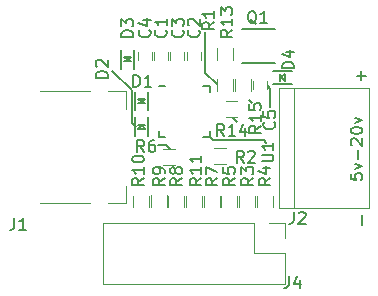
<source format=gto>
G04 #@! TF.GenerationSoftware,KiCad,Pcbnew,5.1.4*
G04 #@! TF.CreationDate,2019-10-17T14:18:33+11:00*
G04 #@! TF.ProjectId,fabulouspide,66616275-6c6f-4757-9370-6964652e6b69,rev?*
G04 #@! TF.SameCoordinates,Original*
G04 #@! TF.FileFunction,Legend,Top*
G04 #@! TF.FilePolarity,Positive*
%FSLAX46Y46*%
G04 Gerber Fmt 4.6, Leading zero omitted, Abs format (unit mm)*
G04 Created by KiCad (PCBNEW 5.1.4) date 2019-10-17 14:18:33*
%MOMM*%
%LPD*%
G04 APERTURE LIST*
%ADD10C,0.150000*%
%ADD11C,0.120000*%
G04 APERTURE END LIST*
D10*
X105029000Y-61280040D02*
X105247440Y-61498480D01*
X100733860Y-61280040D02*
X105029000Y-61280040D01*
X100444300Y-60990480D02*
X100733860Y-61280040D01*
X103802180Y-57884060D02*
X104033320Y-58115200D01*
X96756220Y-61694060D02*
X97101660Y-62039500D01*
X96057720Y-61694060D02*
X96756220Y-61694060D01*
X102400100Y-59395360D02*
X102748080Y-59743340D01*
X105592880Y-56989980D02*
X105592880Y-58455560D01*
X105354120Y-56751220D02*
X105592880Y-56989980D01*
X100076000Y-55626000D02*
X101040000Y-56566000D01*
X100076000Y-52139520D02*
X100076000Y-55626000D01*
X93837760Y-57089040D02*
X92153740Y-55405020D01*
X93837760Y-59819540D02*
X93837760Y-57089040D01*
X94165420Y-60147200D02*
X93837760Y-59819540D01*
X112380780Y-64147438D02*
X112380780Y-64623628D01*
X112856971Y-64671247D01*
X112809352Y-64623628D01*
X112761733Y-64528390D01*
X112761733Y-64290295D01*
X112809352Y-64195057D01*
X112856971Y-64147438D01*
X112952209Y-64099819D01*
X113190304Y-64099819D01*
X113285542Y-64147438D01*
X113333161Y-64195057D01*
X113380780Y-64290295D01*
X113380780Y-64528390D01*
X113333161Y-64623628D01*
X113285542Y-64671247D01*
X112714114Y-63766485D02*
X113380780Y-63528390D01*
X112714114Y-63290295D01*
X112999828Y-62909342D02*
X112999828Y-62147438D01*
X112476019Y-61718866D02*
X112428400Y-61671247D01*
X112380780Y-61576009D01*
X112380780Y-61337914D01*
X112428400Y-61242676D01*
X112476019Y-61195057D01*
X112571257Y-61147438D01*
X112666495Y-61147438D01*
X112809352Y-61195057D01*
X113380780Y-61766485D01*
X113380780Y-61147438D01*
X112380780Y-60528390D02*
X112380780Y-60433152D01*
X112428400Y-60337914D01*
X112476019Y-60290295D01*
X112571257Y-60242676D01*
X112761733Y-60195057D01*
X112999828Y-60195057D01*
X113190304Y-60242676D01*
X113285542Y-60290295D01*
X113333161Y-60337914D01*
X113380780Y-60433152D01*
X113380780Y-60528390D01*
X113333161Y-60623628D01*
X113285542Y-60671247D01*
X113190304Y-60718866D01*
X112999828Y-60766485D01*
X112761733Y-60766485D01*
X112571257Y-60718866D01*
X112476019Y-60671247D01*
X112428400Y-60623628D01*
X112380780Y-60528390D01*
X112714114Y-59861723D02*
X113380780Y-59623628D01*
X112714114Y-59385533D01*
X113319227Y-68482791D02*
X113319227Y-67625648D01*
X112892887Y-55857448D02*
X113654792Y-55857448D01*
X113273840Y-56238400D02*
X113273840Y-55476496D01*
X103151940Y-51851560D02*
X105986580Y-51851560D01*
X105984040Y-54729380D02*
X103151940Y-54729380D01*
X100430940Y-56710700D02*
X100430940Y-57235700D01*
X96130940Y-61010700D02*
X96130940Y-60485700D01*
X100430940Y-61010700D02*
X100430940Y-60485700D01*
X96130940Y-56710700D02*
X96655940Y-56710700D01*
X96130940Y-61010700D02*
X96655940Y-61010700D01*
X100430940Y-61010700D02*
X99905940Y-61010700D01*
X100430940Y-56710700D02*
X99905940Y-56710700D01*
D11*
X90300000Y-57150000D02*
X86060000Y-57150000D01*
X93320000Y-66650000D02*
X91800000Y-66650000D01*
X90300000Y-66650000D02*
X86060000Y-66650000D01*
X93320000Y-57150000D02*
X93320000Y-58650000D01*
X93320000Y-57150000D02*
X91800000Y-57150000D01*
X93320000Y-65150000D02*
X93320000Y-66650000D01*
D10*
X94399100Y-59991940D02*
X94990920Y-59991940D01*
X94399100Y-60347540D02*
X94990920Y-60347540D01*
X94698820Y-60047820D02*
X94399100Y-60347540D01*
X94996000Y-60345000D02*
X94698820Y-60047820D01*
X94162880Y-59359480D02*
X94162880Y-60941900D01*
X95242380Y-59359480D02*
X95242380Y-60941900D01*
X95003620Y-58150760D02*
X94411800Y-58150760D01*
X95003620Y-57795160D02*
X94411800Y-57795160D01*
X94703900Y-58094880D02*
X95003620Y-57795160D01*
X94406720Y-57797700D02*
X94703900Y-58094880D01*
X95239840Y-58783220D02*
X95239840Y-57200800D01*
X94160340Y-58783220D02*
X94160340Y-57200800D01*
X106436160Y-56286400D02*
X106436160Y-55694580D01*
X106791760Y-56286400D02*
X106791760Y-55694580D01*
X106492040Y-55986680D02*
X106791760Y-56286400D01*
X106789220Y-55689500D02*
X106492040Y-55986680D01*
X105803700Y-56522620D02*
X107386120Y-56522620D01*
X105803700Y-55443120D02*
X107386120Y-55443120D01*
X93797120Y-54610000D02*
X93205300Y-54610000D01*
X93797120Y-54254400D02*
X93205300Y-54254400D01*
X93497400Y-54554120D02*
X93797120Y-54254400D01*
X93200220Y-54256940D02*
X93497400Y-54554120D01*
X94033340Y-55242460D02*
X94033340Y-53660040D01*
X92953840Y-55242460D02*
X92953840Y-53660040D01*
D11*
X99793340Y-65986340D02*
X99793340Y-66986340D01*
X98433340Y-66986340D02*
X98433340Y-65986340D01*
X102581160Y-57126060D02*
X102581160Y-56126060D01*
X103941160Y-56126060D02*
X103941160Y-57126060D01*
X101791580Y-57981300D02*
X102791580Y-57981300D01*
X102791580Y-59341300D02*
X101791580Y-59341300D01*
X101064780Y-54516340D02*
X101064780Y-53516340D01*
X102424780Y-53516340D02*
X102424780Y-54516340D01*
X95320400Y-65988880D02*
X95320400Y-66988880D01*
X93960400Y-66988880D02*
X93960400Y-65988880D01*
X96806300Y-65982660D02*
X96806300Y-66982660D01*
X95446300Y-66982660D02*
X95446300Y-65982660D01*
X98297280Y-65985200D02*
X98297280Y-66985200D01*
X96937280Y-66985200D02*
X96937280Y-65985200D01*
X101281780Y-65987040D02*
X101281780Y-66987040D01*
X99921780Y-66987040D02*
X99921780Y-65987040D01*
X97526160Y-63435780D02*
X96526160Y-63435780D01*
X96526160Y-62075780D02*
X97526160Y-62075780D01*
X102780380Y-65992120D02*
X102780380Y-66992120D01*
X101420380Y-66992120D02*
X101420380Y-65992120D01*
X105777580Y-65992120D02*
X105777580Y-66992120D01*
X104417580Y-66992120D02*
X104417580Y-65992120D01*
X104278980Y-65986340D02*
X104278980Y-66986340D01*
X102918980Y-66986340D02*
X102918980Y-65986340D01*
X100790820Y-61999580D02*
X101790820Y-61999580D01*
X101790820Y-63359580D02*
X100790820Y-63359580D01*
X101067320Y-57118440D02*
X101067320Y-56118440D01*
X102427320Y-56118440D02*
X102427320Y-57118440D01*
X91450000Y-68290000D02*
X91450000Y-73490000D01*
X104210000Y-68290000D02*
X91450000Y-68290000D01*
X106810000Y-73490000D02*
X91450000Y-73490000D01*
X104210000Y-68290000D02*
X104210000Y-70890000D01*
X104210000Y-70890000D02*
X106810000Y-70890000D01*
X106810000Y-70890000D02*
X106810000Y-73490000D01*
X105480000Y-68290000D02*
X106810000Y-68290000D01*
X106810000Y-68290000D02*
X106810000Y-69620000D01*
X107579160Y-67056000D02*
X107579160Y-56896000D01*
X106309160Y-67056000D02*
X113929160Y-67056000D01*
X113929160Y-67056000D02*
X113929160Y-56896000D01*
X113929160Y-56896000D02*
X106309160Y-56896000D01*
X106309160Y-56896000D02*
X106309160Y-67056000D01*
X105308960Y-56302860D02*
X105308960Y-57002860D01*
X104108960Y-57002860D02*
X104108960Y-56302860D01*
X95540940Y-53810700D02*
X95540940Y-54510700D01*
X94340940Y-54510700D02*
X94340940Y-53810700D01*
X98310940Y-53800700D02*
X98310940Y-54500700D01*
X97110940Y-54500700D02*
X97110940Y-53800700D01*
X99690940Y-53800700D02*
X99690940Y-54500700D01*
X98490940Y-54500700D02*
X98490940Y-53800700D01*
X96940940Y-53800700D02*
X96940940Y-54500700D01*
X95740940Y-54500700D02*
X95740940Y-53800700D01*
D10*
X104397821Y-51459379D02*
X104302583Y-51411760D01*
X104207345Y-51316521D01*
X104064488Y-51173664D01*
X103969250Y-51126045D01*
X103874012Y-51126045D01*
X103921631Y-51364140D02*
X103826393Y-51316521D01*
X103731155Y-51221283D01*
X103683536Y-51030807D01*
X103683536Y-50697474D01*
X103731155Y-50506998D01*
X103826393Y-50411760D01*
X103921631Y-50364140D01*
X104112107Y-50364140D01*
X104207345Y-50411760D01*
X104302583Y-50506998D01*
X104350202Y-50697474D01*
X104350202Y-51030807D01*
X104302583Y-51221283D01*
X104207345Y-51316521D01*
X104112107Y-51364140D01*
X103921631Y-51364140D01*
X105302583Y-51364140D02*
X104731155Y-51364140D01*
X105016869Y-51364140D02*
X105016869Y-50364140D01*
X104921631Y-50506998D01*
X104826393Y-50602236D01*
X104731155Y-50649855D01*
X104834440Y-63090964D02*
X105643964Y-63090964D01*
X105739202Y-63043345D01*
X105786821Y-62995726D01*
X105834440Y-62900488D01*
X105834440Y-62710012D01*
X105786821Y-62614774D01*
X105739202Y-62567155D01*
X105643964Y-62519536D01*
X104834440Y-62519536D01*
X105834440Y-61519536D02*
X105834440Y-62090964D01*
X105834440Y-61805250D02*
X104834440Y-61805250D01*
X104977298Y-61900488D01*
X105072536Y-61995726D01*
X105120155Y-62090964D01*
X83910846Y-67890140D02*
X83910846Y-68604426D01*
X83863227Y-68747283D01*
X83767989Y-68842521D01*
X83625132Y-68890140D01*
X83529894Y-68890140D01*
X84910846Y-68890140D02*
X84339418Y-68890140D01*
X84625132Y-68890140D02*
X84625132Y-67890140D01*
X84529894Y-68032998D01*
X84434656Y-68128236D01*
X84339418Y-68175855D01*
X91811100Y-56018655D02*
X90811100Y-56018655D01*
X90811100Y-55780560D01*
X90858720Y-55637702D01*
X90953958Y-55542464D01*
X91049196Y-55494845D01*
X91239672Y-55447226D01*
X91382529Y-55447226D01*
X91573005Y-55494845D01*
X91668243Y-55542464D01*
X91763481Y-55637702D01*
X91811100Y-55780560D01*
X91811100Y-56018655D01*
X90906339Y-55066274D02*
X90858720Y-55018655D01*
X90811100Y-54923417D01*
X90811100Y-54685321D01*
X90858720Y-54590083D01*
X90906339Y-54542464D01*
X91001577Y-54494845D01*
X91096815Y-54494845D01*
X91239672Y-54542464D01*
X91811100Y-55113893D01*
X91811100Y-54494845D01*
X93986124Y-56789580D02*
X93986124Y-55789580D01*
X94224220Y-55789580D01*
X94367077Y-55837200D01*
X94462315Y-55932438D01*
X94509934Y-56027676D01*
X94557553Y-56218152D01*
X94557553Y-56361009D01*
X94509934Y-56551485D01*
X94462315Y-56646723D01*
X94367077Y-56741961D01*
X94224220Y-56789580D01*
X93986124Y-56789580D01*
X95509934Y-56789580D02*
X94938505Y-56789580D01*
X95224220Y-56789580D02*
X95224220Y-55789580D01*
X95128981Y-55932438D01*
X95033743Y-56027676D01*
X94938505Y-56075295D01*
X107579420Y-55231255D02*
X106579420Y-55231255D01*
X106579420Y-54993160D01*
X106627040Y-54850302D01*
X106722278Y-54755064D01*
X106817516Y-54707445D01*
X107007992Y-54659826D01*
X107150849Y-54659826D01*
X107341325Y-54707445D01*
X107436563Y-54755064D01*
X107531801Y-54850302D01*
X107579420Y-54993160D01*
X107579420Y-55231255D01*
X106912754Y-53802683D02*
X107579420Y-53802683D01*
X106531801Y-54040779D02*
X107246087Y-54278874D01*
X107246087Y-53659826D01*
X93965020Y-52571875D02*
X92965020Y-52571875D01*
X92965020Y-52333780D01*
X93012640Y-52190922D01*
X93107878Y-52095684D01*
X93203116Y-52048065D01*
X93393592Y-52000446D01*
X93536449Y-52000446D01*
X93726925Y-52048065D01*
X93822163Y-52095684D01*
X93917401Y-52190922D01*
X93965020Y-52333780D01*
X93965020Y-52571875D01*
X92965020Y-51667113D02*
X92965020Y-51048065D01*
X93345973Y-51381399D01*
X93345973Y-51238541D01*
X93393592Y-51143303D01*
X93441211Y-51095684D01*
X93536449Y-51048065D01*
X93774544Y-51048065D01*
X93869782Y-51095684D01*
X93917401Y-51143303D01*
X93965020Y-51238541D01*
X93965020Y-51524256D01*
X93917401Y-51619494D01*
X93869782Y-51667113D01*
X99740980Y-64518777D02*
X99264790Y-64852110D01*
X99740980Y-65090205D02*
X98740980Y-65090205D01*
X98740980Y-64709253D01*
X98788600Y-64614015D01*
X98836219Y-64566396D01*
X98931457Y-64518777D01*
X99074314Y-64518777D01*
X99169552Y-64566396D01*
X99217171Y-64614015D01*
X99264790Y-64709253D01*
X99264790Y-65090205D01*
X99740980Y-63566396D02*
X99740980Y-64137824D01*
X99740980Y-63852110D02*
X98740980Y-63852110D01*
X98883838Y-63947348D01*
X98979076Y-64042586D01*
X99026695Y-64137824D01*
X99740980Y-62614015D02*
X99740980Y-63185443D01*
X99740980Y-62899729D02*
X98740980Y-62899729D01*
X98883838Y-62994967D01*
X98979076Y-63090205D01*
X99026695Y-63185443D01*
X104785420Y-60094097D02*
X104309230Y-60427430D01*
X104785420Y-60665525D02*
X103785420Y-60665525D01*
X103785420Y-60284573D01*
X103833040Y-60189335D01*
X103880659Y-60141716D01*
X103975897Y-60094097D01*
X104118754Y-60094097D01*
X104213992Y-60141716D01*
X104261611Y-60189335D01*
X104309230Y-60284573D01*
X104309230Y-60665525D01*
X104785420Y-59141716D02*
X104785420Y-59713144D01*
X104785420Y-59427430D02*
X103785420Y-59427430D01*
X103928278Y-59522668D01*
X104023516Y-59617906D01*
X104071135Y-59713144D01*
X103785420Y-58236954D02*
X103785420Y-58713144D01*
X104261611Y-58760763D01*
X104213992Y-58713144D01*
X104166373Y-58617906D01*
X104166373Y-58379811D01*
X104213992Y-58284573D01*
X104261611Y-58236954D01*
X104356849Y-58189335D01*
X104594944Y-58189335D01*
X104690182Y-58236954D01*
X104737801Y-58284573D01*
X104785420Y-58379811D01*
X104785420Y-58617906D01*
X104737801Y-58713144D01*
X104690182Y-58760763D01*
X101665802Y-60939940D02*
X101332469Y-60463750D01*
X101094374Y-60939940D02*
X101094374Y-59939940D01*
X101475326Y-59939940D01*
X101570564Y-59987560D01*
X101618183Y-60035179D01*
X101665802Y-60130417D01*
X101665802Y-60273274D01*
X101618183Y-60368512D01*
X101570564Y-60416131D01*
X101475326Y-60463750D01*
X101094374Y-60463750D01*
X102618183Y-60939940D02*
X102046755Y-60939940D01*
X102332469Y-60939940D02*
X102332469Y-59939940D01*
X102237231Y-60082798D01*
X102141993Y-60178036D01*
X102046755Y-60225655D01*
X103475326Y-60273274D02*
X103475326Y-60939940D01*
X103237231Y-59892321D02*
X102999136Y-60606607D01*
X103618183Y-60606607D01*
X102372380Y-51962857D02*
X101896190Y-52296190D01*
X102372380Y-52534285D02*
X101372380Y-52534285D01*
X101372380Y-52153333D01*
X101420000Y-52058095D01*
X101467619Y-52010476D01*
X101562857Y-51962857D01*
X101705714Y-51962857D01*
X101800952Y-52010476D01*
X101848571Y-52058095D01*
X101896190Y-52153333D01*
X101896190Y-52534285D01*
X102372380Y-51010476D02*
X102372380Y-51581904D01*
X102372380Y-51296190D02*
X101372380Y-51296190D01*
X101515238Y-51391428D01*
X101610476Y-51486666D01*
X101658095Y-51581904D01*
X101372380Y-50677142D02*
X101372380Y-50058095D01*
X101753333Y-50391428D01*
X101753333Y-50248571D01*
X101800952Y-50153333D01*
X101848571Y-50105714D01*
X101943809Y-50058095D01*
X102181904Y-50058095D01*
X102277142Y-50105714D01*
X102324761Y-50153333D01*
X102372380Y-50248571D01*
X102372380Y-50534285D01*
X102324761Y-50629523D01*
X102277142Y-50677142D01*
X94881960Y-64523857D02*
X94405770Y-64857190D01*
X94881960Y-65095285D02*
X93881960Y-65095285D01*
X93881960Y-64714333D01*
X93929580Y-64619095D01*
X93977199Y-64571476D01*
X94072437Y-64523857D01*
X94215294Y-64523857D01*
X94310532Y-64571476D01*
X94358151Y-64619095D01*
X94405770Y-64714333D01*
X94405770Y-65095285D01*
X94881960Y-63571476D02*
X94881960Y-64142904D01*
X94881960Y-63857190D02*
X93881960Y-63857190D01*
X94024818Y-63952428D01*
X94120056Y-64047666D01*
X94167675Y-64142904D01*
X93881960Y-62952428D02*
X93881960Y-62857190D01*
X93929580Y-62761952D01*
X93977199Y-62714333D01*
X94072437Y-62666714D01*
X94262913Y-62619095D01*
X94501008Y-62619095D01*
X94691484Y-62666714D01*
X94786722Y-62714333D01*
X94834341Y-62761952D01*
X94881960Y-62857190D01*
X94881960Y-62952428D01*
X94834341Y-63047666D01*
X94786722Y-63095285D01*
X94691484Y-63142904D01*
X94501008Y-63190523D01*
X94262913Y-63190523D01*
X94072437Y-63142904D01*
X93977199Y-63095285D01*
X93929580Y-63047666D01*
X93881960Y-62952428D01*
X96637100Y-64540426D02*
X96160910Y-64873760D01*
X96637100Y-65111855D02*
X95637100Y-65111855D01*
X95637100Y-64730902D01*
X95684720Y-64635664D01*
X95732339Y-64588045D01*
X95827577Y-64540426D01*
X95970434Y-64540426D01*
X96065672Y-64588045D01*
X96113291Y-64635664D01*
X96160910Y-64730902D01*
X96160910Y-65111855D01*
X96637100Y-64064236D02*
X96637100Y-63873760D01*
X96589481Y-63778521D01*
X96541862Y-63730902D01*
X96399005Y-63635664D01*
X96208529Y-63588045D01*
X95827577Y-63588045D01*
X95732339Y-63635664D01*
X95684720Y-63683283D01*
X95637100Y-63778521D01*
X95637100Y-63968998D01*
X95684720Y-64064236D01*
X95732339Y-64111855D01*
X95827577Y-64159474D01*
X96065672Y-64159474D01*
X96160910Y-64111855D01*
X96208529Y-64064236D01*
X96256148Y-63968998D01*
X96256148Y-63778521D01*
X96208529Y-63683283D01*
X96160910Y-63635664D01*
X96065672Y-63588045D01*
X98107760Y-64530266D02*
X97631570Y-64863600D01*
X98107760Y-65101695D02*
X97107760Y-65101695D01*
X97107760Y-64720742D01*
X97155380Y-64625504D01*
X97202999Y-64577885D01*
X97298237Y-64530266D01*
X97441094Y-64530266D01*
X97536332Y-64577885D01*
X97583951Y-64625504D01*
X97631570Y-64720742D01*
X97631570Y-65101695D01*
X97536332Y-63958838D02*
X97488713Y-64054076D01*
X97441094Y-64101695D01*
X97345856Y-64149314D01*
X97298237Y-64149314D01*
X97202999Y-64101695D01*
X97155380Y-64054076D01*
X97107760Y-63958838D01*
X97107760Y-63768361D01*
X97155380Y-63673123D01*
X97202999Y-63625504D01*
X97298237Y-63577885D01*
X97345856Y-63577885D01*
X97441094Y-63625504D01*
X97488713Y-63673123D01*
X97536332Y-63768361D01*
X97536332Y-63958838D01*
X97583951Y-64054076D01*
X97631570Y-64101695D01*
X97726808Y-64149314D01*
X97917284Y-64149314D01*
X98012522Y-64101695D01*
X98060141Y-64054076D01*
X98107760Y-63958838D01*
X98107760Y-63768361D01*
X98060141Y-63673123D01*
X98012522Y-63625504D01*
X97917284Y-63577885D01*
X97726808Y-63577885D01*
X97631570Y-63625504D01*
X97583951Y-63673123D01*
X97536332Y-63768361D01*
X101097340Y-64537886D02*
X100621150Y-64871220D01*
X101097340Y-65109315D02*
X100097340Y-65109315D01*
X100097340Y-64728362D01*
X100144960Y-64633124D01*
X100192579Y-64585505D01*
X100287817Y-64537886D01*
X100430674Y-64537886D01*
X100525912Y-64585505D01*
X100573531Y-64633124D01*
X100621150Y-64728362D01*
X100621150Y-65109315D01*
X100097340Y-64204553D02*
X100097340Y-63537886D01*
X101097340Y-63966458D01*
X94896073Y-62288680D02*
X94562740Y-61812490D01*
X94324644Y-62288680D02*
X94324644Y-61288680D01*
X94705597Y-61288680D01*
X94800835Y-61336300D01*
X94848454Y-61383919D01*
X94896073Y-61479157D01*
X94896073Y-61622014D01*
X94848454Y-61717252D01*
X94800835Y-61764871D01*
X94705597Y-61812490D01*
X94324644Y-61812490D01*
X95753216Y-61288680D02*
X95562740Y-61288680D01*
X95467501Y-61336300D01*
X95419882Y-61383919D01*
X95324644Y-61526776D01*
X95277025Y-61717252D01*
X95277025Y-62098204D01*
X95324644Y-62193442D01*
X95372263Y-62241061D01*
X95467501Y-62288680D01*
X95657978Y-62288680D01*
X95753216Y-62241061D01*
X95800835Y-62193442D01*
X95848454Y-62098204D01*
X95848454Y-61860109D01*
X95800835Y-61764871D01*
X95753216Y-61717252D01*
X95657978Y-61669633D01*
X95467501Y-61669633D01*
X95372263Y-61717252D01*
X95324644Y-61764871D01*
X95277025Y-61860109D01*
X102585780Y-64517566D02*
X102109590Y-64850900D01*
X102585780Y-65088995D02*
X101585780Y-65088995D01*
X101585780Y-64708042D01*
X101633400Y-64612804D01*
X101681019Y-64565185D01*
X101776257Y-64517566D01*
X101919114Y-64517566D01*
X102014352Y-64565185D01*
X102061971Y-64612804D01*
X102109590Y-64708042D01*
X102109590Y-65088995D01*
X101585780Y-63612804D02*
X101585780Y-64088995D01*
X102061971Y-64136614D01*
X102014352Y-64088995D01*
X101966733Y-63993757D01*
X101966733Y-63755661D01*
X102014352Y-63660423D01*
X102061971Y-63612804D01*
X102157209Y-63565185D01*
X102395304Y-63565185D01*
X102490542Y-63612804D01*
X102538161Y-63660423D01*
X102585780Y-63755661D01*
X102585780Y-63993757D01*
X102538161Y-64088995D01*
X102490542Y-64136614D01*
X105585520Y-64517566D02*
X105109330Y-64850900D01*
X105585520Y-65088995D02*
X104585520Y-65088995D01*
X104585520Y-64708042D01*
X104633140Y-64612804D01*
X104680759Y-64565185D01*
X104775997Y-64517566D01*
X104918854Y-64517566D01*
X105014092Y-64565185D01*
X105061711Y-64612804D01*
X105109330Y-64708042D01*
X105109330Y-65088995D01*
X104918854Y-63660423D02*
X105585520Y-63660423D01*
X104537901Y-63898519D02*
X105252187Y-64136614D01*
X105252187Y-63517566D01*
X104122480Y-64517566D02*
X103646290Y-64850900D01*
X104122480Y-65088995D02*
X103122480Y-65088995D01*
X103122480Y-64708042D01*
X103170100Y-64612804D01*
X103217719Y-64565185D01*
X103312957Y-64517566D01*
X103455814Y-64517566D01*
X103551052Y-64565185D01*
X103598671Y-64612804D01*
X103646290Y-64708042D01*
X103646290Y-65088995D01*
X103122480Y-64184233D02*
X103122480Y-63565185D01*
X103503433Y-63898519D01*
X103503433Y-63755661D01*
X103551052Y-63660423D01*
X103598671Y-63612804D01*
X103693909Y-63565185D01*
X103932004Y-63565185D01*
X104027242Y-63612804D01*
X104074861Y-63660423D01*
X104122480Y-63755661D01*
X104122480Y-64041376D01*
X104074861Y-64136614D01*
X104027242Y-64184233D01*
X103323093Y-63210700D02*
X102989760Y-62734510D01*
X102751664Y-63210700D02*
X102751664Y-62210700D01*
X103132617Y-62210700D01*
X103227855Y-62258320D01*
X103275474Y-62305939D01*
X103323093Y-62401177D01*
X103323093Y-62544034D01*
X103275474Y-62639272D01*
X103227855Y-62686891D01*
X103132617Y-62734510D01*
X102751664Y-62734510D01*
X103704045Y-62305939D02*
X103751664Y-62258320D01*
X103846902Y-62210700D01*
X104084998Y-62210700D01*
X104180236Y-62258320D01*
X104227855Y-62305939D01*
X104275474Y-62401177D01*
X104275474Y-62496415D01*
X104227855Y-62639272D01*
X103656426Y-63210700D01*
X104275474Y-63210700D01*
X100832380Y-51296666D02*
X100356190Y-51630000D01*
X100832380Y-51868095D02*
X99832380Y-51868095D01*
X99832380Y-51487142D01*
X99880000Y-51391904D01*
X99927619Y-51344285D01*
X100022857Y-51296666D01*
X100165714Y-51296666D01*
X100260952Y-51344285D01*
X100308571Y-51391904D01*
X100356190Y-51487142D01*
X100356190Y-51868095D01*
X100832380Y-50344285D02*
X100832380Y-50915714D01*
X100832380Y-50630000D02*
X99832380Y-50630000D01*
X99975238Y-50725238D01*
X100070476Y-50820476D01*
X100118095Y-50915714D01*
X107149306Y-72820280D02*
X107149306Y-73534566D01*
X107101687Y-73677423D01*
X107006449Y-73772661D01*
X106863592Y-73820280D01*
X106768354Y-73820280D01*
X108054068Y-73153614D02*
X108054068Y-73820280D01*
X107815973Y-72772661D02*
X107577878Y-73486947D01*
X108196925Y-73486947D01*
X107558246Y-67379600D02*
X107558246Y-68093886D01*
X107510627Y-68236743D01*
X107415389Y-68331981D01*
X107272532Y-68379600D01*
X107177294Y-68379600D01*
X107986818Y-67474839D02*
X108034437Y-67427220D01*
X108129675Y-67379600D01*
X108367770Y-67379600D01*
X108463008Y-67427220D01*
X108510627Y-67474839D01*
X108558246Y-67570077D01*
X108558246Y-67665315D01*
X108510627Y-67808172D01*
X107939199Y-68379600D01*
X108558246Y-68379600D01*
X105889062Y-59765226D02*
X105936681Y-59812845D01*
X105984300Y-59955702D01*
X105984300Y-60050940D01*
X105936681Y-60193798D01*
X105841443Y-60289036D01*
X105746205Y-60336655D01*
X105555729Y-60384274D01*
X105412872Y-60384274D01*
X105222396Y-60336655D01*
X105127158Y-60289036D01*
X105031920Y-60193798D01*
X104984300Y-60050940D01*
X104984300Y-59955702D01*
X105031920Y-59812845D01*
X105079539Y-59765226D01*
X104984300Y-58860464D02*
X104984300Y-59336655D01*
X105460491Y-59384274D01*
X105412872Y-59336655D01*
X105365253Y-59241417D01*
X105365253Y-59003321D01*
X105412872Y-58908083D01*
X105460491Y-58860464D01*
X105555729Y-58812845D01*
X105793824Y-58812845D01*
X105889062Y-58860464D01*
X105936681Y-58908083D01*
X105984300Y-59003321D01*
X105984300Y-59241417D01*
X105936681Y-59336655D01*
X105889062Y-59384274D01*
X95338082Y-51977366D02*
X95385701Y-52024985D01*
X95433320Y-52167842D01*
X95433320Y-52263080D01*
X95385701Y-52405938D01*
X95290463Y-52501176D01*
X95195225Y-52548795D01*
X95004749Y-52596414D01*
X94861892Y-52596414D01*
X94671416Y-52548795D01*
X94576178Y-52501176D01*
X94480940Y-52405938D01*
X94433320Y-52263080D01*
X94433320Y-52167842D01*
X94480940Y-52024985D01*
X94528559Y-51977366D01*
X94766654Y-51120223D02*
X95433320Y-51120223D01*
X94385701Y-51358319D02*
X95099987Y-51596414D01*
X95099987Y-50977366D01*
X98148082Y-51967366D02*
X98195701Y-52014985D01*
X98243320Y-52157842D01*
X98243320Y-52253080D01*
X98195701Y-52395938D01*
X98100463Y-52491176D01*
X98005225Y-52538795D01*
X97814749Y-52586414D01*
X97671892Y-52586414D01*
X97481416Y-52538795D01*
X97386178Y-52491176D01*
X97290940Y-52395938D01*
X97243320Y-52253080D01*
X97243320Y-52157842D01*
X97290940Y-52014985D01*
X97338559Y-51967366D01*
X97243320Y-51634033D02*
X97243320Y-51014985D01*
X97624273Y-51348319D01*
X97624273Y-51205461D01*
X97671892Y-51110223D01*
X97719511Y-51062604D01*
X97814749Y-51014985D01*
X98052844Y-51014985D01*
X98148082Y-51062604D01*
X98195701Y-51110223D01*
X98243320Y-51205461D01*
X98243320Y-51491176D01*
X98195701Y-51586414D01*
X98148082Y-51634033D01*
X99498082Y-51967366D02*
X99545701Y-52014985D01*
X99593320Y-52157842D01*
X99593320Y-52253080D01*
X99545701Y-52395938D01*
X99450463Y-52491176D01*
X99355225Y-52538795D01*
X99164749Y-52586414D01*
X99021892Y-52586414D01*
X98831416Y-52538795D01*
X98736178Y-52491176D01*
X98640940Y-52395938D01*
X98593320Y-52253080D01*
X98593320Y-52157842D01*
X98640940Y-52014985D01*
X98688559Y-51967366D01*
X98688559Y-51586414D02*
X98640940Y-51538795D01*
X98593320Y-51443557D01*
X98593320Y-51205461D01*
X98640940Y-51110223D01*
X98688559Y-51062604D01*
X98783797Y-51014985D01*
X98879035Y-51014985D01*
X99021892Y-51062604D01*
X99593320Y-51634033D01*
X99593320Y-51014985D01*
X96708082Y-51967366D02*
X96755701Y-52014985D01*
X96803320Y-52157842D01*
X96803320Y-52253080D01*
X96755701Y-52395938D01*
X96660463Y-52491176D01*
X96565225Y-52538795D01*
X96374749Y-52586414D01*
X96231892Y-52586414D01*
X96041416Y-52538795D01*
X95946178Y-52491176D01*
X95850940Y-52395938D01*
X95803320Y-52253080D01*
X95803320Y-52157842D01*
X95850940Y-52014985D01*
X95898559Y-51967366D01*
X96803320Y-51014985D02*
X96803320Y-51586414D01*
X96803320Y-51300700D02*
X95803320Y-51300700D01*
X95946178Y-51395938D01*
X96041416Y-51491176D01*
X96089035Y-51586414D01*
M02*

</source>
